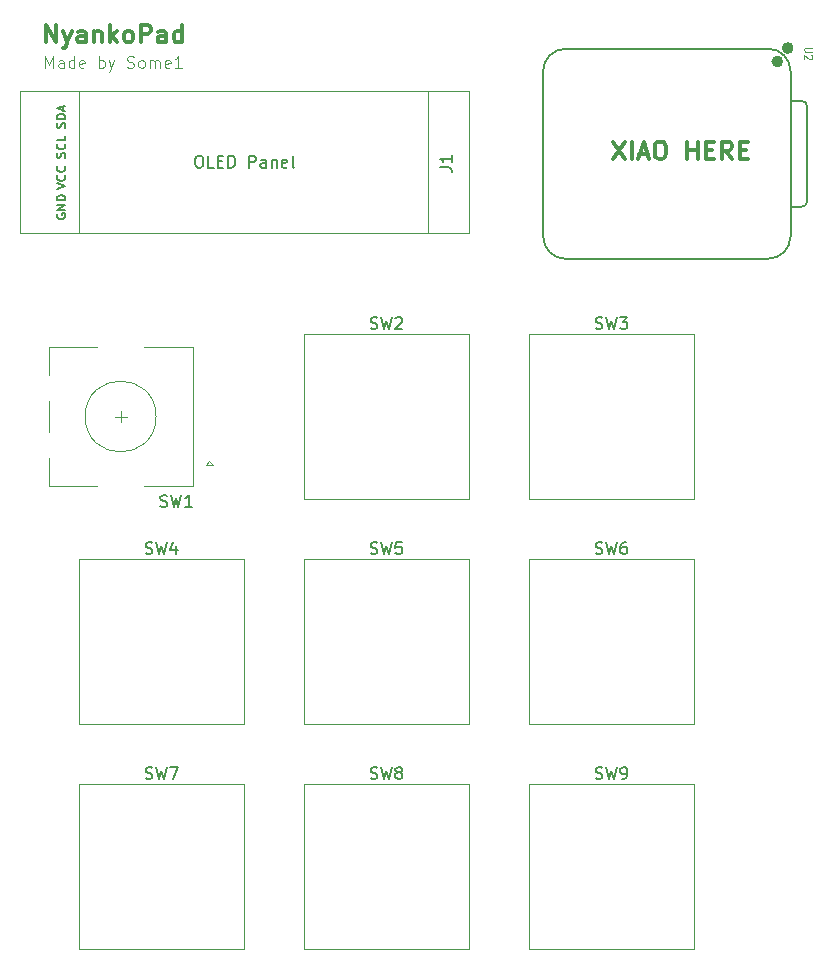
<source format=gto>
G04 #@! TF.GenerationSoftware,KiCad,Pcbnew,9.0.3*
G04 #@! TF.CreationDate,2025-07-29T19:53:29+10:00*
G04 #@! TF.ProjectId,NyaPad,4e796150-6164-42e6-9b69-6361645f7063,rev?*
G04 #@! TF.SameCoordinates,Original*
G04 #@! TF.FileFunction,Legend,Top*
G04 #@! TF.FilePolarity,Positive*
%FSLAX46Y46*%
G04 Gerber Fmt 4.6, Leading zero omitted, Abs format (unit mm)*
G04 Created by KiCad (PCBNEW 9.0.3) date 2025-07-29 19:53:29*
%MOMM*%
%LPD*%
G01*
G04 APERTURE LIST*
%ADD10C,0.300000*%
%ADD11C,0.100000*%
%ADD12C,0.150000*%
%ADD13C,0.101600*%
%ADD14C,0.120000*%
%ADD15C,0.040000*%
%ADD16C,0.127000*%
%ADD17C,0.504000*%
G04 APERTURE END LIST*
D10*
X105024510Y-67080828D02*
X105024510Y-65580828D01*
X105024510Y-65580828D02*
X105881653Y-67080828D01*
X105881653Y-67080828D02*
X105881653Y-65580828D01*
X106453082Y-66080828D02*
X106810225Y-67080828D01*
X107167368Y-66080828D02*
X106810225Y-67080828D01*
X106810225Y-67080828D02*
X106667368Y-67437971D01*
X106667368Y-67437971D02*
X106595939Y-67509400D01*
X106595939Y-67509400D02*
X106453082Y-67580828D01*
X108381654Y-67080828D02*
X108381654Y-66295114D01*
X108381654Y-66295114D02*
X108310225Y-66152257D01*
X108310225Y-66152257D02*
X108167368Y-66080828D01*
X108167368Y-66080828D02*
X107881654Y-66080828D01*
X107881654Y-66080828D02*
X107738796Y-66152257D01*
X108381654Y-67009400D02*
X108238796Y-67080828D01*
X108238796Y-67080828D02*
X107881654Y-67080828D01*
X107881654Y-67080828D02*
X107738796Y-67009400D01*
X107738796Y-67009400D02*
X107667368Y-66866542D01*
X107667368Y-66866542D02*
X107667368Y-66723685D01*
X107667368Y-66723685D02*
X107738796Y-66580828D01*
X107738796Y-66580828D02*
X107881654Y-66509400D01*
X107881654Y-66509400D02*
X108238796Y-66509400D01*
X108238796Y-66509400D02*
X108381654Y-66437971D01*
X109095939Y-66080828D02*
X109095939Y-67080828D01*
X109095939Y-66223685D02*
X109167368Y-66152257D01*
X109167368Y-66152257D02*
X109310225Y-66080828D01*
X109310225Y-66080828D02*
X109524511Y-66080828D01*
X109524511Y-66080828D02*
X109667368Y-66152257D01*
X109667368Y-66152257D02*
X109738797Y-66295114D01*
X109738797Y-66295114D02*
X109738797Y-67080828D01*
X110453082Y-67080828D02*
X110453082Y-65580828D01*
X110595940Y-66509400D02*
X111024511Y-67080828D01*
X111024511Y-66080828D02*
X110453082Y-66652257D01*
X111881654Y-67080828D02*
X111738797Y-67009400D01*
X111738797Y-67009400D02*
X111667368Y-66937971D01*
X111667368Y-66937971D02*
X111595940Y-66795114D01*
X111595940Y-66795114D02*
X111595940Y-66366542D01*
X111595940Y-66366542D02*
X111667368Y-66223685D01*
X111667368Y-66223685D02*
X111738797Y-66152257D01*
X111738797Y-66152257D02*
X111881654Y-66080828D01*
X111881654Y-66080828D02*
X112095940Y-66080828D01*
X112095940Y-66080828D02*
X112238797Y-66152257D01*
X112238797Y-66152257D02*
X112310226Y-66223685D01*
X112310226Y-66223685D02*
X112381654Y-66366542D01*
X112381654Y-66366542D02*
X112381654Y-66795114D01*
X112381654Y-66795114D02*
X112310226Y-66937971D01*
X112310226Y-66937971D02*
X112238797Y-67009400D01*
X112238797Y-67009400D02*
X112095940Y-67080828D01*
X112095940Y-67080828D02*
X111881654Y-67080828D01*
X113024511Y-67080828D02*
X113024511Y-65580828D01*
X113024511Y-65580828D02*
X113595940Y-65580828D01*
X113595940Y-65580828D02*
X113738797Y-65652257D01*
X113738797Y-65652257D02*
X113810226Y-65723685D01*
X113810226Y-65723685D02*
X113881654Y-65866542D01*
X113881654Y-65866542D02*
X113881654Y-66080828D01*
X113881654Y-66080828D02*
X113810226Y-66223685D01*
X113810226Y-66223685D02*
X113738797Y-66295114D01*
X113738797Y-66295114D02*
X113595940Y-66366542D01*
X113595940Y-66366542D02*
X113024511Y-66366542D01*
X115167369Y-67080828D02*
X115167369Y-66295114D01*
X115167369Y-66295114D02*
X115095940Y-66152257D01*
X115095940Y-66152257D02*
X114953083Y-66080828D01*
X114953083Y-66080828D02*
X114667369Y-66080828D01*
X114667369Y-66080828D02*
X114524511Y-66152257D01*
X115167369Y-67009400D02*
X115024511Y-67080828D01*
X115024511Y-67080828D02*
X114667369Y-67080828D01*
X114667369Y-67080828D02*
X114524511Y-67009400D01*
X114524511Y-67009400D02*
X114453083Y-66866542D01*
X114453083Y-66866542D02*
X114453083Y-66723685D01*
X114453083Y-66723685D02*
X114524511Y-66580828D01*
X114524511Y-66580828D02*
X114667369Y-66509400D01*
X114667369Y-66509400D02*
X115024511Y-66509400D01*
X115024511Y-66509400D02*
X115167369Y-66437971D01*
X116524512Y-67080828D02*
X116524512Y-65580828D01*
X116524512Y-67009400D02*
X116381654Y-67080828D01*
X116381654Y-67080828D02*
X116095940Y-67080828D01*
X116095940Y-67080828D02*
X115953083Y-67009400D01*
X115953083Y-67009400D02*
X115881654Y-66937971D01*
X115881654Y-66937971D02*
X115810226Y-66795114D01*
X115810226Y-66795114D02*
X115810226Y-66366542D01*
X115810226Y-66366542D02*
X115881654Y-66223685D01*
X115881654Y-66223685D02*
X115953083Y-66152257D01*
X115953083Y-66152257D02*
X116095940Y-66080828D01*
X116095940Y-66080828D02*
X116381654Y-66080828D01*
X116381654Y-66080828D02*
X116524512Y-66152257D01*
D11*
X104923884Y-69232419D02*
X104923884Y-68232419D01*
X104923884Y-68232419D02*
X105257217Y-68946704D01*
X105257217Y-68946704D02*
X105590550Y-68232419D01*
X105590550Y-68232419D02*
X105590550Y-69232419D01*
X106495312Y-69232419D02*
X106495312Y-68708609D01*
X106495312Y-68708609D02*
X106447693Y-68613371D01*
X106447693Y-68613371D02*
X106352455Y-68565752D01*
X106352455Y-68565752D02*
X106161979Y-68565752D01*
X106161979Y-68565752D02*
X106066741Y-68613371D01*
X106495312Y-69184800D02*
X106400074Y-69232419D01*
X106400074Y-69232419D02*
X106161979Y-69232419D01*
X106161979Y-69232419D02*
X106066741Y-69184800D01*
X106066741Y-69184800D02*
X106019122Y-69089561D01*
X106019122Y-69089561D02*
X106019122Y-68994323D01*
X106019122Y-68994323D02*
X106066741Y-68899085D01*
X106066741Y-68899085D02*
X106161979Y-68851466D01*
X106161979Y-68851466D02*
X106400074Y-68851466D01*
X106400074Y-68851466D02*
X106495312Y-68803847D01*
X107400074Y-69232419D02*
X107400074Y-68232419D01*
X107400074Y-69184800D02*
X107304836Y-69232419D01*
X107304836Y-69232419D02*
X107114360Y-69232419D01*
X107114360Y-69232419D02*
X107019122Y-69184800D01*
X107019122Y-69184800D02*
X106971503Y-69137180D01*
X106971503Y-69137180D02*
X106923884Y-69041942D01*
X106923884Y-69041942D02*
X106923884Y-68756228D01*
X106923884Y-68756228D02*
X106971503Y-68660990D01*
X106971503Y-68660990D02*
X107019122Y-68613371D01*
X107019122Y-68613371D02*
X107114360Y-68565752D01*
X107114360Y-68565752D02*
X107304836Y-68565752D01*
X107304836Y-68565752D02*
X107400074Y-68613371D01*
X108257217Y-69184800D02*
X108161979Y-69232419D01*
X108161979Y-69232419D02*
X107971503Y-69232419D01*
X107971503Y-69232419D02*
X107876265Y-69184800D01*
X107876265Y-69184800D02*
X107828646Y-69089561D01*
X107828646Y-69089561D02*
X107828646Y-68708609D01*
X107828646Y-68708609D02*
X107876265Y-68613371D01*
X107876265Y-68613371D02*
X107971503Y-68565752D01*
X107971503Y-68565752D02*
X108161979Y-68565752D01*
X108161979Y-68565752D02*
X108257217Y-68613371D01*
X108257217Y-68613371D02*
X108304836Y-68708609D01*
X108304836Y-68708609D02*
X108304836Y-68803847D01*
X108304836Y-68803847D02*
X107828646Y-68899085D01*
X109495313Y-69232419D02*
X109495313Y-68232419D01*
X109495313Y-68613371D02*
X109590551Y-68565752D01*
X109590551Y-68565752D02*
X109781027Y-68565752D01*
X109781027Y-68565752D02*
X109876265Y-68613371D01*
X109876265Y-68613371D02*
X109923884Y-68660990D01*
X109923884Y-68660990D02*
X109971503Y-68756228D01*
X109971503Y-68756228D02*
X109971503Y-69041942D01*
X109971503Y-69041942D02*
X109923884Y-69137180D01*
X109923884Y-69137180D02*
X109876265Y-69184800D01*
X109876265Y-69184800D02*
X109781027Y-69232419D01*
X109781027Y-69232419D02*
X109590551Y-69232419D01*
X109590551Y-69232419D02*
X109495313Y-69184800D01*
X110304837Y-68565752D02*
X110542932Y-69232419D01*
X110781027Y-68565752D02*
X110542932Y-69232419D01*
X110542932Y-69232419D02*
X110447694Y-69470514D01*
X110447694Y-69470514D02*
X110400075Y-69518133D01*
X110400075Y-69518133D02*
X110304837Y-69565752D01*
X111876266Y-69184800D02*
X112019123Y-69232419D01*
X112019123Y-69232419D02*
X112257218Y-69232419D01*
X112257218Y-69232419D02*
X112352456Y-69184800D01*
X112352456Y-69184800D02*
X112400075Y-69137180D01*
X112400075Y-69137180D02*
X112447694Y-69041942D01*
X112447694Y-69041942D02*
X112447694Y-68946704D01*
X112447694Y-68946704D02*
X112400075Y-68851466D01*
X112400075Y-68851466D02*
X112352456Y-68803847D01*
X112352456Y-68803847D02*
X112257218Y-68756228D01*
X112257218Y-68756228D02*
X112066742Y-68708609D01*
X112066742Y-68708609D02*
X111971504Y-68660990D01*
X111971504Y-68660990D02*
X111923885Y-68613371D01*
X111923885Y-68613371D02*
X111876266Y-68518133D01*
X111876266Y-68518133D02*
X111876266Y-68422895D01*
X111876266Y-68422895D02*
X111923885Y-68327657D01*
X111923885Y-68327657D02*
X111971504Y-68280038D01*
X111971504Y-68280038D02*
X112066742Y-68232419D01*
X112066742Y-68232419D02*
X112304837Y-68232419D01*
X112304837Y-68232419D02*
X112447694Y-68280038D01*
X113019123Y-69232419D02*
X112923885Y-69184800D01*
X112923885Y-69184800D02*
X112876266Y-69137180D01*
X112876266Y-69137180D02*
X112828647Y-69041942D01*
X112828647Y-69041942D02*
X112828647Y-68756228D01*
X112828647Y-68756228D02*
X112876266Y-68660990D01*
X112876266Y-68660990D02*
X112923885Y-68613371D01*
X112923885Y-68613371D02*
X113019123Y-68565752D01*
X113019123Y-68565752D02*
X113161980Y-68565752D01*
X113161980Y-68565752D02*
X113257218Y-68613371D01*
X113257218Y-68613371D02*
X113304837Y-68660990D01*
X113304837Y-68660990D02*
X113352456Y-68756228D01*
X113352456Y-68756228D02*
X113352456Y-69041942D01*
X113352456Y-69041942D02*
X113304837Y-69137180D01*
X113304837Y-69137180D02*
X113257218Y-69184800D01*
X113257218Y-69184800D02*
X113161980Y-69232419D01*
X113161980Y-69232419D02*
X113019123Y-69232419D01*
X113781028Y-69232419D02*
X113781028Y-68565752D01*
X113781028Y-68660990D02*
X113828647Y-68613371D01*
X113828647Y-68613371D02*
X113923885Y-68565752D01*
X113923885Y-68565752D02*
X114066742Y-68565752D01*
X114066742Y-68565752D02*
X114161980Y-68613371D01*
X114161980Y-68613371D02*
X114209599Y-68708609D01*
X114209599Y-68708609D02*
X114209599Y-69232419D01*
X114209599Y-68708609D02*
X114257218Y-68613371D01*
X114257218Y-68613371D02*
X114352456Y-68565752D01*
X114352456Y-68565752D02*
X114495313Y-68565752D01*
X114495313Y-68565752D02*
X114590552Y-68613371D01*
X114590552Y-68613371D02*
X114638171Y-68708609D01*
X114638171Y-68708609D02*
X114638171Y-69232419D01*
X115495313Y-69184800D02*
X115400075Y-69232419D01*
X115400075Y-69232419D02*
X115209599Y-69232419D01*
X115209599Y-69232419D02*
X115114361Y-69184800D01*
X115114361Y-69184800D02*
X115066742Y-69089561D01*
X115066742Y-69089561D02*
X115066742Y-68708609D01*
X115066742Y-68708609D02*
X115114361Y-68613371D01*
X115114361Y-68613371D02*
X115209599Y-68565752D01*
X115209599Y-68565752D02*
X115400075Y-68565752D01*
X115400075Y-68565752D02*
X115495313Y-68613371D01*
X115495313Y-68613371D02*
X115542932Y-68708609D01*
X115542932Y-68708609D02*
X115542932Y-68803847D01*
X115542932Y-68803847D02*
X115066742Y-68899085D01*
X116495313Y-69232419D02*
X115923885Y-69232419D01*
X116209599Y-69232419D02*
X116209599Y-68232419D01*
X116209599Y-68232419D02*
X116114361Y-68375276D01*
X116114361Y-68375276D02*
X116019123Y-68470514D01*
X116019123Y-68470514D02*
X115923885Y-68518133D01*
D10*
X153021653Y-75470828D02*
X154021653Y-76970828D01*
X154021653Y-75470828D02*
X153021653Y-76970828D01*
X154593081Y-76970828D02*
X154593081Y-75470828D01*
X155235939Y-76542257D02*
X155950225Y-76542257D01*
X155093082Y-76970828D02*
X155593082Y-75470828D01*
X155593082Y-75470828D02*
X156093082Y-76970828D01*
X156878796Y-75470828D02*
X157164510Y-75470828D01*
X157164510Y-75470828D02*
X157307367Y-75542257D01*
X157307367Y-75542257D02*
X157450224Y-75685114D01*
X157450224Y-75685114D02*
X157521653Y-75970828D01*
X157521653Y-75970828D02*
X157521653Y-76470828D01*
X157521653Y-76470828D02*
X157450224Y-76756542D01*
X157450224Y-76756542D02*
X157307367Y-76899400D01*
X157307367Y-76899400D02*
X157164510Y-76970828D01*
X157164510Y-76970828D02*
X156878796Y-76970828D01*
X156878796Y-76970828D02*
X156735939Y-76899400D01*
X156735939Y-76899400D02*
X156593081Y-76756542D01*
X156593081Y-76756542D02*
X156521653Y-76470828D01*
X156521653Y-76470828D02*
X156521653Y-75970828D01*
X156521653Y-75970828D02*
X156593081Y-75685114D01*
X156593081Y-75685114D02*
X156735939Y-75542257D01*
X156735939Y-75542257D02*
X156878796Y-75470828D01*
X159307367Y-76970828D02*
X159307367Y-75470828D01*
X159307367Y-76185114D02*
X160164510Y-76185114D01*
X160164510Y-76970828D02*
X160164510Y-75470828D01*
X160878796Y-76185114D02*
X161378796Y-76185114D01*
X161593082Y-76970828D02*
X160878796Y-76970828D01*
X160878796Y-76970828D02*
X160878796Y-75470828D01*
X160878796Y-75470828D02*
X161593082Y-75470828D01*
X163093082Y-76970828D02*
X162593082Y-76256542D01*
X162235939Y-76970828D02*
X162235939Y-75470828D01*
X162235939Y-75470828D02*
X162807368Y-75470828D01*
X162807368Y-75470828D02*
X162950225Y-75542257D01*
X162950225Y-75542257D02*
X163021654Y-75613685D01*
X163021654Y-75613685D02*
X163093082Y-75756542D01*
X163093082Y-75756542D02*
X163093082Y-75970828D01*
X163093082Y-75970828D02*
X163021654Y-76113685D01*
X163021654Y-76113685D02*
X162950225Y-76185114D01*
X162950225Y-76185114D02*
X162807368Y-76256542D01*
X162807368Y-76256542D02*
X162235939Y-76256542D01*
X163735939Y-76185114D02*
X164235939Y-76185114D01*
X164450225Y-76970828D02*
X163735939Y-76970828D01*
X163735939Y-76970828D02*
X163735939Y-75470828D01*
X163735939Y-75470828D02*
X164450225Y-75470828D01*
D12*
X132492917Y-91290925D02*
X132635774Y-91338544D01*
X132635774Y-91338544D02*
X132873869Y-91338544D01*
X132873869Y-91338544D02*
X132969107Y-91290925D01*
X132969107Y-91290925D02*
X133016726Y-91243305D01*
X133016726Y-91243305D02*
X133064345Y-91148067D01*
X133064345Y-91148067D02*
X133064345Y-91052829D01*
X133064345Y-91052829D02*
X133016726Y-90957591D01*
X133016726Y-90957591D02*
X132969107Y-90909972D01*
X132969107Y-90909972D02*
X132873869Y-90862353D01*
X132873869Y-90862353D02*
X132683393Y-90814734D01*
X132683393Y-90814734D02*
X132588155Y-90767115D01*
X132588155Y-90767115D02*
X132540536Y-90719496D01*
X132540536Y-90719496D02*
X132492917Y-90624258D01*
X132492917Y-90624258D02*
X132492917Y-90529020D01*
X132492917Y-90529020D02*
X132540536Y-90433782D01*
X132540536Y-90433782D02*
X132588155Y-90386163D01*
X132588155Y-90386163D02*
X132683393Y-90338544D01*
X132683393Y-90338544D02*
X132921488Y-90338544D01*
X132921488Y-90338544D02*
X133064345Y-90386163D01*
X133397679Y-90338544D02*
X133635774Y-91338544D01*
X133635774Y-91338544D02*
X133826250Y-90624258D01*
X133826250Y-90624258D02*
X134016726Y-91338544D01*
X134016726Y-91338544D02*
X134254822Y-90338544D01*
X134588155Y-90433782D02*
X134635774Y-90386163D01*
X134635774Y-90386163D02*
X134731012Y-90338544D01*
X134731012Y-90338544D02*
X134969107Y-90338544D01*
X134969107Y-90338544D02*
X135064345Y-90386163D01*
X135064345Y-90386163D02*
X135111964Y-90433782D01*
X135111964Y-90433782D02*
X135159583Y-90529020D01*
X135159583Y-90529020D02*
X135159583Y-90624258D01*
X135159583Y-90624258D02*
X135111964Y-90767115D01*
X135111964Y-90767115D02*
X134540536Y-91338544D01*
X134540536Y-91338544D02*
X135159583Y-91338544D01*
X138359819Y-77634808D02*
X139074104Y-77634808D01*
X139074104Y-77634808D02*
X139216961Y-77682427D01*
X139216961Y-77682427D02*
X139312200Y-77777665D01*
X139312200Y-77777665D02*
X139359819Y-77920522D01*
X139359819Y-77920522D02*
X139359819Y-78015760D01*
X139359819Y-76634808D02*
X139359819Y-77206236D01*
X139359819Y-76920522D02*
X138359819Y-76920522D01*
X138359819Y-76920522D02*
X138502676Y-77015760D01*
X138502676Y-77015760D02*
X138597914Y-77110998D01*
X138597914Y-77110998D02*
X138645533Y-77206236D01*
X117876428Y-76666294D02*
X118066904Y-76666294D01*
X118066904Y-76666294D02*
X118162142Y-76713913D01*
X118162142Y-76713913D02*
X118257380Y-76809151D01*
X118257380Y-76809151D02*
X118304999Y-76999627D01*
X118304999Y-76999627D02*
X118304999Y-77332960D01*
X118304999Y-77332960D02*
X118257380Y-77523436D01*
X118257380Y-77523436D02*
X118162142Y-77618675D01*
X118162142Y-77618675D02*
X118066904Y-77666294D01*
X118066904Y-77666294D02*
X117876428Y-77666294D01*
X117876428Y-77666294D02*
X117781190Y-77618675D01*
X117781190Y-77618675D02*
X117685952Y-77523436D01*
X117685952Y-77523436D02*
X117638333Y-77332960D01*
X117638333Y-77332960D02*
X117638333Y-76999627D01*
X117638333Y-76999627D02*
X117685952Y-76809151D01*
X117685952Y-76809151D02*
X117781190Y-76713913D01*
X117781190Y-76713913D02*
X117876428Y-76666294D01*
X119209761Y-77666294D02*
X118733571Y-77666294D01*
X118733571Y-77666294D02*
X118733571Y-76666294D01*
X119543095Y-77142484D02*
X119876428Y-77142484D01*
X120019285Y-77666294D02*
X119543095Y-77666294D01*
X119543095Y-77666294D02*
X119543095Y-76666294D01*
X119543095Y-76666294D02*
X120019285Y-76666294D01*
X120447857Y-77666294D02*
X120447857Y-76666294D01*
X120447857Y-76666294D02*
X120685952Y-76666294D01*
X120685952Y-76666294D02*
X120828809Y-76713913D01*
X120828809Y-76713913D02*
X120924047Y-76809151D01*
X120924047Y-76809151D02*
X120971666Y-76904389D01*
X120971666Y-76904389D02*
X121019285Y-77094865D01*
X121019285Y-77094865D02*
X121019285Y-77237722D01*
X121019285Y-77237722D02*
X120971666Y-77428198D01*
X120971666Y-77428198D02*
X120924047Y-77523436D01*
X120924047Y-77523436D02*
X120828809Y-77618675D01*
X120828809Y-77618675D02*
X120685952Y-77666294D01*
X120685952Y-77666294D02*
X120447857Y-77666294D01*
X122209762Y-77666294D02*
X122209762Y-76666294D01*
X122209762Y-76666294D02*
X122590714Y-76666294D01*
X122590714Y-76666294D02*
X122685952Y-76713913D01*
X122685952Y-76713913D02*
X122733571Y-76761532D01*
X122733571Y-76761532D02*
X122781190Y-76856770D01*
X122781190Y-76856770D02*
X122781190Y-76999627D01*
X122781190Y-76999627D02*
X122733571Y-77094865D01*
X122733571Y-77094865D02*
X122685952Y-77142484D01*
X122685952Y-77142484D02*
X122590714Y-77190103D01*
X122590714Y-77190103D02*
X122209762Y-77190103D01*
X123638333Y-77666294D02*
X123638333Y-77142484D01*
X123638333Y-77142484D02*
X123590714Y-77047246D01*
X123590714Y-77047246D02*
X123495476Y-76999627D01*
X123495476Y-76999627D02*
X123305000Y-76999627D01*
X123305000Y-76999627D02*
X123209762Y-77047246D01*
X123638333Y-77618675D02*
X123543095Y-77666294D01*
X123543095Y-77666294D02*
X123305000Y-77666294D01*
X123305000Y-77666294D02*
X123209762Y-77618675D01*
X123209762Y-77618675D02*
X123162143Y-77523436D01*
X123162143Y-77523436D02*
X123162143Y-77428198D01*
X123162143Y-77428198D02*
X123209762Y-77332960D01*
X123209762Y-77332960D02*
X123305000Y-77285341D01*
X123305000Y-77285341D02*
X123543095Y-77285341D01*
X123543095Y-77285341D02*
X123638333Y-77237722D01*
X124114524Y-76999627D02*
X124114524Y-77666294D01*
X124114524Y-77094865D02*
X124162143Y-77047246D01*
X124162143Y-77047246D02*
X124257381Y-76999627D01*
X124257381Y-76999627D02*
X124400238Y-76999627D01*
X124400238Y-76999627D02*
X124495476Y-77047246D01*
X124495476Y-77047246D02*
X124543095Y-77142484D01*
X124543095Y-77142484D02*
X124543095Y-77666294D01*
X125400238Y-77618675D02*
X125305000Y-77666294D01*
X125305000Y-77666294D02*
X125114524Y-77666294D01*
X125114524Y-77666294D02*
X125019286Y-77618675D01*
X125019286Y-77618675D02*
X124971667Y-77523436D01*
X124971667Y-77523436D02*
X124971667Y-77142484D01*
X124971667Y-77142484D02*
X125019286Y-77047246D01*
X125019286Y-77047246D02*
X125114524Y-76999627D01*
X125114524Y-76999627D02*
X125305000Y-76999627D01*
X125305000Y-76999627D02*
X125400238Y-77047246D01*
X125400238Y-77047246D02*
X125447857Y-77142484D01*
X125447857Y-77142484D02*
X125447857Y-77237722D01*
X125447857Y-77237722D02*
X124971667Y-77332960D01*
X126019286Y-77666294D02*
X125924048Y-77618675D01*
X125924048Y-77618675D02*
X125876429Y-77523436D01*
X125876429Y-77523436D02*
X125876429Y-76666294D01*
X105894164Y-79481474D02*
X106644164Y-79231474D01*
X106644164Y-79231474D02*
X105894164Y-78981474D01*
X106572735Y-78302903D02*
X106608450Y-78338617D01*
X106608450Y-78338617D02*
X106644164Y-78445760D01*
X106644164Y-78445760D02*
X106644164Y-78517188D01*
X106644164Y-78517188D02*
X106608450Y-78624331D01*
X106608450Y-78624331D02*
X106537021Y-78695760D01*
X106537021Y-78695760D02*
X106465592Y-78731474D01*
X106465592Y-78731474D02*
X106322735Y-78767188D01*
X106322735Y-78767188D02*
X106215592Y-78767188D01*
X106215592Y-78767188D02*
X106072735Y-78731474D01*
X106072735Y-78731474D02*
X106001307Y-78695760D01*
X106001307Y-78695760D02*
X105929878Y-78624331D01*
X105929878Y-78624331D02*
X105894164Y-78517188D01*
X105894164Y-78517188D02*
X105894164Y-78445760D01*
X105894164Y-78445760D02*
X105929878Y-78338617D01*
X105929878Y-78338617D02*
X105965592Y-78302903D01*
X106572735Y-77552903D02*
X106608450Y-77588617D01*
X106608450Y-77588617D02*
X106644164Y-77695760D01*
X106644164Y-77695760D02*
X106644164Y-77767188D01*
X106644164Y-77767188D02*
X106608450Y-77874331D01*
X106608450Y-77874331D02*
X106537021Y-77945760D01*
X106537021Y-77945760D02*
X106465592Y-77981474D01*
X106465592Y-77981474D02*
X106322735Y-78017188D01*
X106322735Y-78017188D02*
X106215592Y-78017188D01*
X106215592Y-78017188D02*
X106072735Y-77981474D01*
X106072735Y-77981474D02*
X106001307Y-77945760D01*
X106001307Y-77945760D02*
X105929878Y-77874331D01*
X105929878Y-77874331D02*
X105894164Y-77767188D01*
X105894164Y-77767188D02*
X105894164Y-77695760D01*
X105894164Y-77695760D02*
X105929878Y-77588617D01*
X105929878Y-77588617D02*
X105965592Y-77552903D01*
X106608450Y-76834331D02*
X106644164Y-76727189D01*
X106644164Y-76727189D02*
X106644164Y-76548617D01*
X106644164Y-76548617D02*
X106608450Y-76477189D01*
X106608450Y-76477189D02*
X106572735Y-76441474D01*
X106572735Y-76441474D02*
X106501307Y-76405760D01*
X106501307Y-76405760D02*
X106429878Y-76405760D01*
X106429878Y-76405760D02*
X106358450Y-76441474D01*
X106358450Y-76441474D02*
X106322735Y-76477189D01*
X106322735Y-76477189D02*
X106287021Y-76548617D01*
X106287021Y-76548617D02*
X106251307Y-76691474D01*
X106251307Y-76691474D02*
X106215592Y-76762903D01*
X106215592Y-76762903D02*
X106179878Y-76798617D01*
X106179878Y-76798617D02*
X106108450Y-76834331D01*
X106108450Y-76834331D02*
X106037021Y-76834331D01*
X106037021Y-76834331D02*
X105965592Y-76798617D01*
X105965592Y-76798617D02*
X105929878Y-76762903D01*
X105929878Y-76762903D02*
X105894164Y-76691474D01*
X105894164Y-76691474D02*
X105894164Y-76512903D01*
X105894164Y-76512903D02*
X105929878Y-76405760D01*
X106572735Y-75655760D02*
X106608450Y-75691474D01*
X106608450Y-75691474D02*
X106644164Y-75798617D01*
X106644164Y-75798617D02*
X106644164Y-75870045D01*
X106644164Y-75870045D02*
X106608450Y-75977188D01*
X106608450Y-75977188D02*
X106537021Y-76048617D01*
X106537021Y-76048617D02*
X106465592Y-76084331D01*
X106465592Y-76084331D02*
X106322735Y-76120045D01*
X106322735Y-76120045D02*
X106215592Y-76120045D01*
X106215592Y-76120045D02*
X106072735Y-76084331D01*
X106072735Y-76084331D02*
X106001307Y-76048617D01*
X106001307Y-76048617D02*
X105929878Y-75977188D01*
X105929878Y-75977188D02*
X105894164Y-75870045D01*
X105894164Y-75870045D02*
X105894164Y-75798617D01*
X105894164Y-75798617D02*
X105929878Y-75691474D01*
X105929878Y-75691474D02*
X105965592Y-75655760D01*
X106644164Y-74977188D02*
X106644164Y-75334331D01*
X106644164Y-75334331D02*
X105894164Y-75334331D01*
X105929878Y-81592903D02*
X105894164Y-81664332D01*
X105894164Y-81664332D02*
X105894164Y-81771474D01*
X105894164Y-81771474D02*
X105929878Y-81878617D01*
X105929878Y-81878617D02*
X106001307Y-81950046D01*
X106001307Y-81950046D02*
X106072735Y-81985760D01*
X106072735Y-81985760D02*
X106215592Y-82021474D01*
X106215592Y-82021474D02*
X106322735Y-82021474D01*
X106322735Y-82021474D02*
X106465592Y-81985760D01*
X106465592Y-81985760D02*
X106537021Y-81950046D01*
X106537021Y-81950046D02*
X106608450Y-81878617D01*
X106608450Y-81878617D02*
X106644164Y-81771474D01*
X106644164Y-81771474D02*
X106644164Y-81700046D01*
X106644164Y-81700046D02*
X106608450Y-81592903D01*
X106608450Y-81592903D02*
X106572735Y-81557189D01*
X106572735Y-81557189D02*
X106322735Y-81557189D01*
X106322735Y-81557189D02*
X106322735Y-81700046D01*
X106644164Y-81235760D02*
X105894164Y-81235760D01*
X105894164Y-81235760D02*
X106644164Y-80807189D01*
X106644164Y-80807189D02*
X105894164Y-80807189D01*
X106644164Y-80450046D02*
X105894164Y-80450046D01*
X105894164Y-80450046D02*
X105894164Y-80271475D01*
X105894164Y-80271475D02*
X105929878Y-80164332D01*
X105929878Y-80164332D02*
X106001307Y-80092903D01*
X106001307Y-80092903D02*
X106072735Y-80057189D01*
X106072735Y-80057189D02*
X106215592Y-80021475D01*
X106215592Y-80021475D02*
X106322735Y-80021475D01*
X106322735Y-80021475D02*
X106465592Y-80057189D01*
X106465592Y-80057189D02*
X106537021Y-80092903D01*
X106537021Y-80092903D02*
X106608450Y-80164332D01*
X106608450Y-80164332D02*
X106644164Y-80271475D01*
X106644164Y-80271475D02*
X106644164Y-80450046D01*
X106608450Y-74312188D02*
X106644164Y-74205046D01*
X106644164Y-74205046D02*
X106644164Y-74026474D01*
X106644164Y-74026474D02*
X106608450Y-73955046D01*
X106608450Y-73955046D02*
X106572735Y-73919331D01*
X106572735Y-73919331D02*
X106501307Y-73883617D01*
X106501307Y-73883617D02*
X106429878Y-73883617D01*
X106429878Y-73883617D02*
X106358450Y-73919331D01*
X106358450Y-73919331D02*
X106322735Y-73955046D01*
X106322735Y-73955046D02*
X106287021Y-74026474D01*
X106287021Y-74026474D02*
X106251307Y-74169331D01*
X106251307Y-74169331D02*
X106215592Y-74240760D01*
X106215592Y-74240760D02*
X106179878Y-74276474D01*
X106179878Y-74276474D02*
X106108450Y-74312188D01*
X106108450Y-74312188D02*
X106037021Y-74312188D01*
X106037021Y-74312188D02*
X105965592Y-74276474D01*
X105965592Y-74276474D02*
X105929878Y-74240760D01*
X105929878Y-74240760D02*
X105894164Y-74169331D01*
X105894164Y-74169331D02*
X105894164Y-73990760D01*
X105894164Y-73990760D02*
X105929878Y-73883617D01*
X106644164Y-73562188D02*
X105894164Y-73562188D01*
X105894164Y-73562188D02*
X105894164Y-73383617D01*
X105894164Y-73383617D02*
X105929878Y-73276474D01*
X105929878Y-73276474D02*
X106001307Y-73205045D01*
X106001307Y-73205045D02*
X106072735Y-73169331D01*
X106072735Y-73169331D02*
X106215592Y-73133617D01*
X106215592Y-73133617D02*
X106322735Y-73133617D01*
X106322735Y-73133617D02*
X106465592Y-73169331D01*
X106465592Y-73169331D02*
X106537021Y-73205045D01*
X106537021Y-73205045D02*
X106608450Y-73276474D01*
X106608450Y-73276474D02*
X106644164Y-73383617D01*
X106644164Y-73383617D02*
X106644164Y-73562188D01*
X106429878Y-72847902D02*
X106429878Y-72490760D01*
X106644164Y-72919331D02*
X105894164Y-72669331D01*
X105894164Y-72669331D02*
X106644164Y-72419331D01*
X151542917Y-91290925D02*
X151685774Y-91338544D01*
X151685774Y-91338544D02*
X151923869Y-91338544D01*
X151923869Y-91338544D02*
X152019107Y-91290925D01*
X152019107Y-91290925D02*
X152066726Y-91243305D01*
X152066726Y-91243305D02*
X152114345Y-91148067D01*
X152114345Y-91148067D02*
X152114345Y-91052829D01*
X152114345Y-91052829D02*
X152066726Y-90957591D01*
X152066726Y-90957591D02*
X152019107Y-90909972D01*
X152019107Y-90909972D02*
X151923869Y-90862353D01*
X151923869Y-90862353D02*
X151733393Y-90814734D01*
X151733393Y-90814734D02*
X151638155Y-90767115D01*
X151638155Y-90767115D02*
X151590536Y-90719496D01*
X151590536Y-90719496D02*
X151542917Y-90624258D01*
X151542917Y-90624258D02*
X151542917Y-90529020D01*
X151542917Y-90529020D02*
X151590536Y-90433782D01*
X151590536Y-90433782D02*
X151638155Y-90386163D01*
X151638155Y-90386163D02*
X151733393Y-90338544D01*
X151733393Y-90338544D02*
X151971488Y-90338544D01*
X151971488Y-90338544D02*
X152114345Y-90386163D01*
X152447679Y-90338544D02*
X152685774Y-91338544D01*
X152685774Y-91338544D02*
X152876250Y-90624258D01*
X152876250Y-90624258D02*
X153066726Y-91338544D01*
X153066726Y-91338544D02*
X153304822Y-90338544D01*
X153590536Y-90338544D02*
X154209583Y-90338544D01*
X154209583Y-90338544D02*
X153876250Y-90719496D01*
X153876250Y-90719496D02*
X154019107Y-90719496D01*
X154019107Y-90719496D02*
X154114345Y-90767115D01*
X154114345Y-90767115D02*
X154161964Y-90814734D01*
X154161964Y-90814734D02*
X154209583Y-90909972D01*
X154209583Y-90909972D02*
X154209583Y-91148067D01*
X154209583Y-91148067D02*
X154161964Y-91243305D01*
X154161964Y-91243305D02*
X154114345Y-91290925D01*
X154114345Y-91290925D02*
X154019107Y-91338544D01*
X154019107Y-91338544D02*
X153733393Y-91338544D01*
X153733393Y-91338544D02*
X153638155Y-91290925D01*
X153638155Y-91290925D02*
X153590536Y-91243305D01*
X151542917Y-129390925D02*
X151685774Y-129438544D01*
X151685774Y-129438544D02*
X151923869Y-129438544D01*
X151923869Y-129438544D02*
X152019107Y-129390925D01*
X152019107Y-129390925D02*
X152066726Y-129343305D01*
X152066726Y-129343305D02*
X152114345Y-129248067D01*
X152114345Y-129248067D02*
X152114345Y-129152829D01*
X152114345Y-129152829D02*
X152066726Y-129057591D01*
X152066726Y-129057591D02*
X152019107Y-129009972D01*
X152019107Y-129009972D02*
X151923869Y-128962353D01*
X151923869Y-128962353D02*
X151733393Y-128914734D01*
X151733393Y-128914734D02*
X151638155Y-128867115D01*
X151638155Y-128867115D02*
X151590536Y-128819496D01*
X151590536Y-128819496D02*
X151542917Y-128724258D01*
X151542917Y-128724258D02*
X151542917Y-128629020D01*
X151542917Y-128629020D02*
X151590536Y-128533782D01*
X151590536Y-128533782D02*
X151638155Y-128486163D01*
X151638155Y-128486163D02*
X151733393Y-128438544D01*
X151733393Y-128438544D02*
X151971488Y-128438544D01*
X151971488Y-128438544D02*
X152114345Y-128486163D01*
X152447679Y-128438544D02*
X152685774Y-129438544D01*
X152685774Y-129438544D02*
X152876250Y-128724258D01*
X152876250Y-128724258D02*
X153066726Y-129438544D01*
X153066726Y-129438544D02*
X153304822Y-128438544D01*
X153733393Y-129438544D02*
X153923869Y-129438544D01*
X153923869Y-129438544D02*
X154019107Y-129390925D01*
X154019107Y-129390925D02*
X154066726Y-129343305D01*
X154066726Y-129343305D02*
X154161964Y-129200448D01*
X154161964Y-129200448D02*
X154209583Y-129009972D01*
X154209583Y-129009972D02*
X154209583Y-128629020D01*
X154209583Y-128629020D02*
X154161964Y-128533782D01*
X154161964Y-128533782D02*
X154114345Y-128486163D01*
X154114345Y-128486163D02*
X154019107Y-128438544D01*
X154019107Y-128438544D02*
X153828631Y-128438544D01*
X153828631Y-128438544D02*
X153733393Y-128486163D01*
X153733393Y-128486163D02*
X153685774Y-128533782D01*
X153685774Y-128533782D02*
X153638155Y-128629020D01*
X153638155Y-128629020D02*
X153638155Y-128867115D01*
X153638155Y-128867115D02*
X153685774Y-128962353D01*
X153685774Y-128962353D02*
X153733393Y-129009972D01*
X153733393Y-129009972D02*
X153828631Y-129057591D01*
X153828631Y-129057591D02*
X154019107Y-129057591D01*
X154019107Y-129057591D02*
X154114345Y-129009972D01*
X154114345Y-129009972D02*
X154161964Y-128962353D01*
X154161964Y-128962353D02*
X154209583Y-128867115D01*
X113442917Y-129390925D02*
X113585774Y-129438544D01*
X113585774Y-129438544D02*
X113823869Y-129438544D01*
X113823869Y-129438544D02*
X113919107Y-129390925D01*
X113919107Y-129390925D02*
X113966726Y-129343305D01*
X113966726Y-129343305D02*
X114014345Y-129248067D01*
X114014345Y-129248067D02*
X114014345Y-129152829D01*
X114014345Y-129152829D02*
X113966726Y-129057591D01*
X113966726Y-129057591D02*
X113919107Y-129009972D01*
X113919107Y-129009972D02*
X113823869Y-128962353D01*
X113823869Y-128962353D02*
X113633393Y-128914734D01*
X113633393Y-128914734D02*
X113538155Y-128867115D01*
X113538155Y-128867115D02*
X113490536Y-128819496D01*
X113490536Y-128819496D02*
X113442917Y-128724258D01*
X113442917Y-128724258D02*
X113442917Y-128629020D01*
X113442917Y-128629020D02*
X113490536Y-128533782D01*
X113490536Y-128533782D02*
X113538155Y-128486163D01*
X113538155Y-128486163D02*
X113633393Y-128438544D01*
X113633393Y-128438544D02*
X113871488Y-128438544D01*
X113871488Y-128438544D02*
X114014345Y-128486163D01*
X114347679Y-128438544D02*
X114585774Y-129438544D01*
X114585774Y-129438544D02*
X114776250Y-128724258D01*
X114776250Y-128724258D02*
X114966726Y-129438544D01*
X114966726Y-129438544D02*
X115204822Y-128438544D01*
X115490536Y-128438544D02*
X116157202Y-128438544D01*
X116157202Y-128438544D02*
X115728631Y-129438544D01*
X132492917Y-129390925D02*
X132635774Y-129438544D01*
X132635774Y-129438544D02*
X132873869Y-129438544D01*
X132873869Y-129438544D02*
X132969107Y-129390925D01*
X132969107Y-129390925D02*
X133016726Y-129343305D01*
X133016726Y-129343305D02*
X133064345Y-129248067D01*
X133064345Y-129248067D02*
X133064345Y-129152829D01*
X133064345Y-129152829D02*
X133016726Y-129057591D01*
X133016726Y-129057591D02*
X132969107Y-129009972D01*
X132969107Y-129009972D02*
X132873869Y-128962353D01*
X132873869Y-128962353D02*
X132683393Y-128914734D01*
X132683393Y-128914734D02*
X132588155Y-128867115D01*
X132588155Y-128867115D02*
X132540536Y-128819496D01*
X132540536Y-128819496D02*
X132492917Y-128724258D01*
X132492917Y-128724258D02*
X132492917Y-128629020D01*
X132492917Y-128629020D02*
X132540536Y-128533782D01*
X132540536Y-128533782D02*
X132588155Y-128486163D01*
X132588155Y-128486163D02*
X132683393Y-128438544D01*
X132683393Y-128438544D02*
X132921488Y-128438544D01*
X132921488Y-128438544D02*
X133064345Y-128486163D01*
X133397679Y-128438544D02*
X133635774Y-129438544D01*
X133635774Y-129438544D02*
X133826250Y-128724258D01*
X133826250Y-128724258D02*
X134016726Y-129438544D01*
X134016726Y-129438544D02*
X134254822Y-128438544D01*
X134778631Y-128867115D02*
X134683393Y-128819496D01*
X134683393Y-128819496D02*
X134635774Y-128771877D01*
X134635774Y-128771877D02*
X134588155Y-128676639D01*
X134588155Y-128676639D02*
X134588155Y-128629020D01*
X134588155Y-128629020D02*
X134635774Y-128533782D01*
X134635774Y-128533782D02*
X134683393Y-128486163D01*
X134683393Y-128486163D02*
X134778631Y-128438544D01*
X134778631Y-128438544D02*
X134969107Y-128438544D01*
X134969107Y-128438544D02*
X135064345Y-128486163D01*
X135064345Y-128486163D02*
X135111964Y-128533782D01*
X135111964Y-128533782D02*
X135159583Y-128629020D01*
X135159583Y-128629020D02*
X135159583Y-128676639D01*
X135159583Y-128676639D02*
X135111964Y-128771877D01*
X135111964Y-128771877D02*
X135064345Y-128819496D01*
X135064345Y-128819496D02*
X134969107Y-128867115D01*
X134969107Y-128867115D02*
X134778631Y-128867115D01*
X134778631Y-128867115D02*
X134683393Y-128914734D01*
X134683393Y-128914734D02*
X134635774Y-128962353D01*
X134635774Y-128962353D02*
X134588155Y-129057591D01*
X134588155Y-129057591D02*
X134588155Y-129248067D01*
X134588155Y-129248067D02*
X134635774Y-129343305D01*
X134635774Y-129343305D02*
X134683393Y-129390925D01*
X134683393Y-129390925D02*
X134778631Y-129438544D01*
X134778631Y-129438544D02*
X134969107Y-129438544D01*
X134969107Y-129438544D02*
X135064345Y-129390925D01*
X135064345Y-129390925D02*
X135111964Y-129343305D01*
X135111964Y-129343305D02*
X135159583Y-129248067D01*
X135159583Y-129248067D02*
X135159583Y-129057591D01*
X135159583Y-129057591D02*
X135111964Y-128962353D01*
X135111964Y-128962353D02*
X135064345Y-128914734D01*
X135064345Y-128914734D02*
X134969107Y-128867115D01*
X132492917Y-110340925D02*
X132635774Y-110388544D01*
X132635774Y-110388544D02*
X132873869Y-110388544D01*
X132873869Y-110388544D02*
X132969107Y-110340925D01*
X132969107Y-110340925D02*
X133016726Y-110293305D01*
X133016726Y-110293305D02*
X133064345Y-110198067D01*
X133064345Y-110198067D02*
X133064345Y-110102829D01*
X133064345Y-110102829D02*
X133016726Y-110007591D01*
X133016726Y-110007591D02*
X132969107Y-109959972D01*
X132969107Y-109959972D02*
X132873869Y-109912353D01*
X132873869Y-109912353D02*
X132683393Y-109864734D01*
X132683393Y-109864734D02*
X132588155Y-109817115D01*
X132588155Y-109817115D02*
X132540536Y-109769496D01*
X132540536Y-109769496D02*
X132492917Y-109674258D01*
X132492917Y-109674258D02*
X132492917Y-109579020D01*
X132492917Y-109579020D02*
X132540536Y-109483782D01*
X132540536Y-109483782D02*
X132588155Y-109436163D01*
X132588155Y-109436163D02*
X132683393Y-109388544D01*
X132683393Y-109388544D02*
X132921488Y-109388544D01*
X132921488Y-109388544D02*
X133064345Y-109436163D01*
X133397679Y-109388544D02*
X133635774Y-110388544D01*
X133635774Y-110388544D02*
X133826250Y-109674258D01*
X133826250Y-109674258D02*
X134016726Y-110388544D01*
X134016726Y-110388544D02*
X134254822Y-109388544D01*
X135111964Y-109388544D02*
X134635774Y-109388544D01*
X134635774Y-109388544D02*
X134588155Y-109864734D01*
X134588155Y-109864734D02*
X134635774Y-109817115D01*
X134635774Y-109817115D02*
X134731012Y-109769496D01*
X134731012Y-109769496D02*
X134969107Y-109769496D01*
X134969107Y-109769496D02*
X135064345Y-109817115D01*
X135064345Y-109817115D02*
X135111964Y-109864734D01*
X135111964Y-109864734D02*
X135159583Y-109959972D01*
X135159583Y-109959972D02*
X135159583Y-110198067D01*
X135159583Y-110198067D02*
X135111964Y-110293305D01*
X135111964Y-110293305D02*
X135064345Y-110340925D01*
X135064345Y-110340925D02*
X134969107Y-110388544D01*
X134969107Y-110388544D02*
X134731012Y-110388544D01*
X134731012Y-110388544D02*
X134635774Y-110340925D01*
X134635774Y-110340925D02*
X134588155Y-110293305D01*
X151542917Y-110340925D02*
X151685774Y-110388544D01*
X151685774Y-110388544D02*
X151923869Y-110388544D01*
X151923869Y-110388544D02*
X152019107Y-110340925D01*
X152019107Y-110340925D02*
X152066726Y-110293305D01*
X152066726Y-110293305D02*
X152114345Y-110198067D01*
X152114345Y-110198067D02*
X152114345Y-110102829D01*
X152114345Y-110102829D02*
X152066726Y-110007591D01*
X152066726Y-110007591D02*
X152019107Y-109959972D01*
X152019107Y-109959972D02*
X151923869Y-109912353D01*
X151923869Y-109912353D02*
X151733393Y-109864734D01*
X151733393Y-109864734D02*
X151638155Y-109817115D01*
X151638155Y-109817115D02*
X151590536Y-109769496D01*
X151590536Y-109769496D02*
X151542917Y-109674258D01*
X151542917Y-109674258D02*
X151542917Y-109579020D01*
X151542917Y-109579020D02*
X151590536Y-109483782D01*
X151590536Y-109483782D02*
X151638155Y-109436163D01*
X151638155Y-109436163D02*
X151733393Y-109388544D01*
X151733393Y-109388544D02*
X151971488Y-109388544D01*
X151971488Y-109388544D02*
X152114345Y-109436163D01*
X152447679Y-109388544D02*
X152685774Y-110388544D01*
X152685774Y-110388544D02*
X152876250Y-109674258D01*
X152876250Y-109674258D02*
X153066726Y-110388544D01*
X153066726Y-110388544D02*
X153304822Y-109388544D01*
X154114345Y-109388544D02*
X153923869Y-109388544D01*
X153923869Y-109388544D02*
X153828631Y-109436163D01*
X153828631Y-109436163D02*
X153781012Y-109483782D01*
X153781012Y-109483782D02*
X153685774Y-109626639D01*
X153685774Y-109626639D02*
X153638155Y-109817115D01*
X153638155Y-109817115D02*
X153638155Y-110198067D01*
X153638155Y-110198067D02*
X153685774Y-110293305D01*
X153685774Y-110293305D02*
X153733393Y-110340925D01*
X153733393Y-110340925D02*
X153828631Y-110388544D01*
X153828631Y-110388544D02*
X154019107Y-110388544D01*
X154019107Y-110388544D02*
X154114345Y-110340925D01*
X154114345Y-110340925D02*
X154161964Y-110293305D01*
X154161964Y-110293305D02*
X154209583Y-110198067D01*
X154209583Y-110198067D02*
X154209583Y-109959972D01*
X154209583Y-109959972D02*
X154161964Y-109864734D01*
X154161964Y-109864734D02*
X154114345Y-109817115D01*
X154114345Y-109817115D02*
X154019107Y-109769496D01*
X154019107Y-109769496D02*
X153828631Y-109769496D01*
X153828631Y-109769496D02*
X153733393Y-109817115D01*
X153733393Y-109817115D02*
X153685774Y-109864734D01*
X153685774Y-109864734D02*
X153638155Y-109959972D01*
D13*
X169846520Y-67516190D02*
X169332473Y-67516190D01*
X169332473Y-67516190D02*
X169271997Y-67546428D01*
X169271997Y-67546428D02*
X169241759Y-67576666D01*
X169241759Y-67576666D02*
X169211520Y-67637142D01*
X169211520Y-67637142D02*
X169211520Y-67758095D01*
X169211520Y-67758095D02*
X169241759Y-67818571D01*
X169241759Y-67818571D02*
X169271997Y-67848809D01*
X169271997Y-67848809D02*
X169332473Y-67879047D01*
X169332473Y-67879047D02*
X169846520Y-67879047D01*
X169786044Y-68151190D02*
X169816282Y-68181428D01*
X169816282Y-68181428D02*
X169846520Y-68241904D01*
X169846520Y-68241904D02*
X169846520Y-68393095D01*
X169846520Y-68393095D02*
X169816282Y-68453571D01*
X169816282Y-68453571D02*
X169786044Y-68483809D01*
X169786044Y-68483809D02*
X169725568Y-68514047D01*
X169725568Y-68514047D02*
X169665092Y-68514047D01*
X169665092Y-68514047D02*
X169574378Y-68483809D01*
X169574378Y-68483809D02*
X169211520Y-68120952D01*
X169211520Y-68120952D02*
X169211520Y-68514047D01*
D12*
X114686667Y-106357200D02*
X114829524Y-106404819D01*
X114829524Y-106404819D02*
X115067619Y-106404819D01*
X115067619Y-106404819D02*
X115162857Y-106357200D01*
X115162857Y-106357200D02*
X115210476Y-106309580D01*
X115210476Y-106309580D02*
X115258095Y-106214342D01*
X115258095Y-106214342D02*
X115258095Y-106119104D01*
X115258095Y-106119104D02*
X115210476Y-106023866D01*
X115210476Y-106023866D02*
X115162857Y-105976247D01*
X115162857Y-105976247D02*
X115067619Y-105928628D01*
X115067619Y-105928628D02*
X114877143Y-105881009D01*
X114877143Y-105881009D02*
X114781905Y-105833390D01*
X114781905Y-105833390D02*
X114734286Y-105785771D01*
X114734286Y-105785771D02*
X114686667Y-105690533D01*
X114686667Y-105690533D02*
X114686667Y-105595295D01*
X114686667Y-105595295D02*
X114734286Y-105500057D01*
X114734286Y-105500057D02*
X114781905Y-105452438D01*
X114781905Y-105452438D02*
X114877143Y-105404819D01*
X114877143Y-105404819D02*
X115115238Y-105404819D01*
X115115238Y-105404819D02*
X115258095Y-105452438D01*
X115591429Y-105404819D02*
X115829524Y-106404819D01*
X115829524Y-106404819D02*
X116020000Y-105690533D01*
X116020000Y-105690533D02*
X116210476Y-106404819D01*
X116210476Y-106404819D02*
X116448572Y-105404819D01*
X117353333Y-106404819D02*
X116781905Y-106404819D01*
X117067619Y-106404819D02*
X117067619Y-105404819D01*
X117067619Y-105404819D02*
X116972381Y-105547676D01*
X116972381Y-105547676D02*
X116877143Y-105642914D01*
X116877143Y-105642914D02*
X116781905Y-105690533D01*
X113442917Y-110340925D02*
X113585774Y-110388544D01*
X113585774Y-110388544D02*
X113823869Y-110388544D01*
X113823869Y-110388544D02*
X113919107Y-110340925D01*
X113919107Y-110340925D02*
X113966726Y-110293305D01*
X113966726Y-110293305D02*
X114014345Y-110198067D01*
X114014345Y-110198067D02*
X114014345Y-110102829D01*
X114014345Y-110102829D02*
X113966726Y-110007591D01*
X113966726Y-110007591D02*
X113919107Y-109959972D01*
X113919107Y-109959972D02*
X113823869Y-109912353D01*
X113823869Y-109912353D02*
X113633393Y-109864734D01*
X113633393Y-109864734D02*
X113538155Y-109817115D01*
X113538155Y-109817115D02*
X113490536Y-109769496D01*
X113490536Y-109769496D02*
X113442917Y-109674258D01*
X113442917Y-109674258D02*
X113442917Y-109579020D01*
X113442917Y-109579020D02*
X113490536Y-109483782D01*
X113490536Y-109483782D02*
X113538155Y-109436163D01*
X113538155Y-109436163D02*
X113633393Y-109388544D01*
X113633393Y-109388544D02*
X113871488Y-109388544D01*
X113871488Y-109388544D02*
X114014345Y-109436163D01*
X114347679Y-109388544D02*
X114585774Y-110388544D01*
X114585774Y-110388544D02*
X114776250Y-109674258D01*
X114776250Y-109674258D02*
X114966726Y-110388544D01*
X114966726Y-110388544D02*
X115204822Y-109388544D01*
X116014345Y-109721877D02*
X116014345Y-110388544D01*
X115776250Y-109340925D02*
X115538155Y-110055210D01*
X115538155Y-110055210D02*
X116157202Y-110055210D01*
D14*
X126841250Y-91772725D02*
X140811250Y-91772725D01*
X126841250Y-105742725D02*
X126841250Y-91772725D01*
X140811250Y-91772725D02*
X140811250Y-105742725D01*
X140811250Y-105742725D02*
X126841250Y-105742725D01*
D15*
X102805000Y-71211475D02*
X102805000Y-83211475D01*
X102805000Y-83211475D02*
X140805000Y-83211475D01*
X107805000Y-83211475D02*
X107805000Y-71211475D01*
X137305000Y-83211475D02*
X137305000Y-71211475D01*
X140805000Y-71211475D02*
X102805000Y-71211475D01*
X140805000Y-83211475D02*
X140805000Y-71211475D01*
D14*
X145891250Y-91772725D02*
X159861250Y-91772725D01*
X145891250Y-105742725D02*
X145891250Y-91772725D01*
X159861250Y-91772725D02*
X159861250Y-105742725D01*
X159861250Y-105742725D02*
X145891250Y-105742725D01*
X145891250Y-129872725D02*
X159861250Y-129872725D01*
X145891250Y-143842725D02*
X145891250Y-129872725D01*
X159861250Y-129872725D02*
X159861250Y-143842725D01*
X159861250Y-143842725D02*
X145891250Y-143842725D01*
X107791250Y-129872725D02*
X121761250Y-129872725D01*
X107791250Y-143842725D02*
X107791250Y-129872725D01*
X121761250Y-129872725D02*
X121761250Y-143842725D01*
X121761250Y-143842725D02*
X107791250Y-143842725D01*
X126841250Y-129872725D02*
X140811250Y-129872725D01*
X126841250Y-143842725D02*
X126841250Y-129872725D01*
X140811250Y-129872725D02*
X140811250Y-143842725D01*
X140811250Y-143842725D02*
X126841250Y-143842725D01*
X126841250Y-110822725D02*
X140811250Y-110822725D01*
X126841250Y-124792725D02*
X126841250Y-110822725D01*
X140811250Y-110822725D02*
X140811250Y-124792725D01*
X140811250Y-124792725D02*
X126841250Y-124792725D01*
X145891250Y-110822725D02*
X159861250Y-110822725D01*
X145891250Y-124792725D02*
X145891250Y-110822725D01*
X159861250Y-110822725D02*
X159861250Y-124792725D01*
X159861250Y-124792725D02*
X145891250Y-124792725D01*
D16*
X147086000Y-69515000D02*
X147086000Y-83485000D01*
X148991000Y-67610000D02*
X166136000Y-67610000D01*
X148991000Y-85390000D02*
X166136000Y-85390000D01*
X168041000Y-72005000D02*
X168951272Y-72008728D01*
D11*
X168041000Y-83485000D02*
X168041000Y-69515000D01*
D16*
X168041000Y-83485000D02*
X168041000Y-69515000D01*
X168951000Y-81004000D02*
X168041000Y-81004000D01*
X169451000Y-72508728D02*
X169451000Y-80504000D01*
X147086000Y-69515000D02*
G75*
G02*
X148991000Y-67610000I1905001J-1D01*
G01*
X148991000Y-85390000D02*
G75*
G02*
X147086000Y-83485000I0J1905000D01*
G01*
X166136000Y-67610000D02*
G75*
G02*
X168041000Y-69515000I-1J-1905001D01*
G01*
X168041000Y-83485000D02*
G75*
G02*
X166136000Y-85390000I-1905000J0D01*
G01*
X168951272Y-72008728D02*
G75*
G02*
X169450999Y-72508728I-291J-500018D01*
G01*
X169451000Y-80504000D02*
G75*
G02*
X168951000Y-81004000I-500000J0D01*
G01*
D17*
X167172000Y-68693000D02*
G75*
G02*
X166668000Y-68693000I-252000J0D01*
G01*
X166668000Y-68693000D02*
G75*
G02*
X167172000Y-68693000I252000J0D01*
G01*
X168052000Y-67550000D02*
G75*
G02*
X167548000Y-67550000I-252000J0D01*
G01*
X167548000Y-67550000D02*
G75*
G02*
X168052000Y-67550000I252000J0D01*
G01*
D14*
X105220000Y-92850000D02*
X109320000Y-92850000D01*
X105220000Y-95250000D02*
X105220000Y-92850000D01*
X105220000Y-100050000D02*
X105220000Y-97450000D01*
X105220000Y-104650000D02*
X105220000Y-102250000D01*
X109320000Y-104650000D02*
X105220000Y-104650000D01*
X111320000Y-99250000D02*
X111320000Y-98250000D01*
X111820000Y-98750000D02*
X110820000Y-98750000D01*
X113320000Y-92850000D02*
X117420000Y-92850000D01*
X113320000Y-104650000D02*
X117420000Y-104650000D01*
X117420000Y-104650000D02*
X117420000Y-92850000D01*
X118520000Y-102850000D02*
X118820000Y-102550000D01*
X118820000Y-102550000D02*
X119120000Y-102850000D01*
X119120000Y-102850000D02*
X118520000Y-102850000D01*
X114320000Y-98750000D02*
G75*
G02*
X108320000Y-98750000I-3000000J0D01*
G01*
X108320000Y-98750000D02*
G75*
G02*
X114320000Y-98750000I3000000J0D01*
G01*
X107791250Y-110822725D02*
X121761250Y-110822725D01*
X107791250Y-124792725D02*
X107791250Y-110822725D01*
X121761250Y-110822725D02*
X121761250Y-124792725D01*
X121761250Y-124792725D02*
X107791250Y-124792725D01*
M02*

</source>
